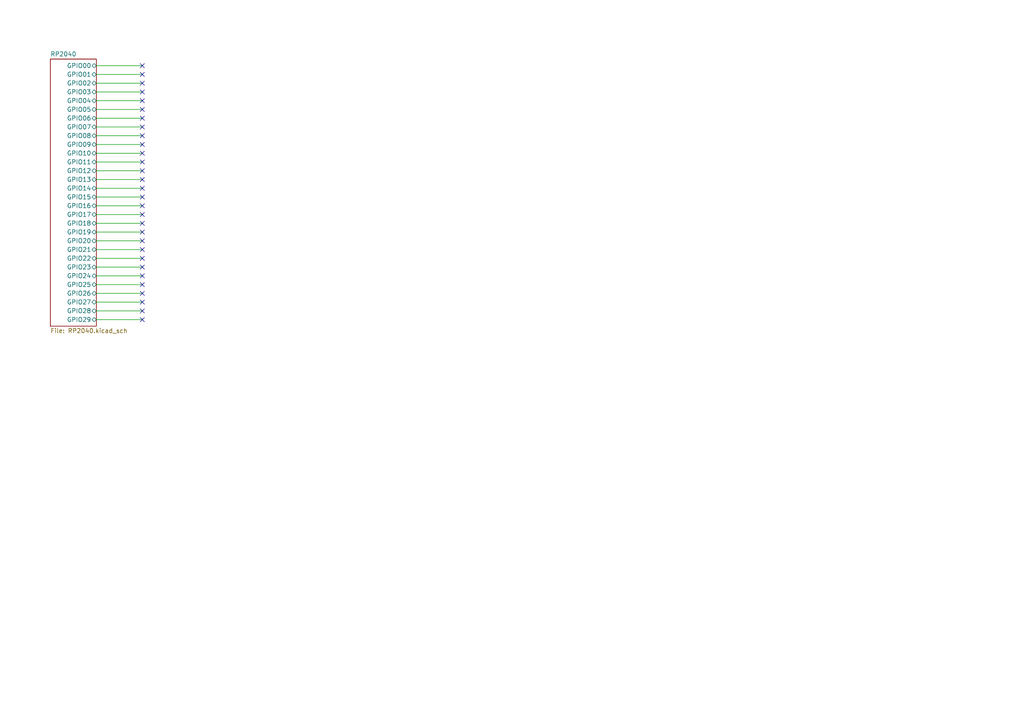
<source format=kicad_sch>
(kicad_sch (version 20230121) (generator eeschema)
  (paper "A4")
  (title_block (date "${DATE}") (rev "${VERSION}"))
  (lib_symbols)
  (no_connect (at 41.275 74.93))
  (no_connect (at 41.275 31.75))
  (no_connect (at 41.275 85.09))
  (no_connect (at 41.275 46.99))
  (no_connect (at 41.275 34.29))
  (no_connect (at 41.275 39.37))
  (no_connect (at 41.275 44.45))
  (no_connect (at 41.275 57.15))
  (no_connect (at 41.275 36.83))
  (no_connect (at 41.275 54.61))
  (no_connect (at 41.275 41.91))
  (no_connect (at 41.275 87.63))
  (no_connect (at 41.275 67.31))
  (no_connect (at 41.275 52.07))
  (no_connect (at 41.275 24.13))
  (no_connect (at 41.275 82.55))
  (no_connect (at 41.275 72.39))
  (no_connect (at 41.275 19.05))
  (no_connect (at 41.275 92.71))
  (no_connect (at 41.275 59.69))
  (no_connect (at 41.275 29.21))
  (no_connect (at 41.275 77.47))
  (no_connect (at 41.275 80.01))
  (no_connect (at 41.275 64.77))
  (no_connect (at 41.275 69.85))
  (no_connect (at 41.275 21.59))
  (no_connect (at 41.275 49.53))
  (no_connect (at 41.275 62.23))
  (no_connect (at 41.275 26.67))
  (no_connect (at 41.275 90.17))
  (wire (pts (xy 27.94 90.17) (xy 41.275 90.17)))
  (wire (pts (xy 27.94 82.55) (xy 41.275 82.55)))
  (wire (pts (xy 27.94 41.91) (xy 41.275 41.91)))
  (wire (pts (xy 27.94 34.29) (xy 41.275 34.29)))
  (wire (pts (xy 27.94 29.21) (xy 41.275 29.21)))
  (wire (pts (xy 27.94 19.05) (xy 41.275 19.05)))
  (wire (pts (xy 27.94 44.45) (xy 41.275 44.45)))
  (wire (pts (xy 27.94 24.13) (xy 41.275 24.13)))
  (wire (pts (xy 27.94 72.39) (xy 41.275 72.39)))
  (wire (pts (xy 27.94 92.71) (xy 41.275 92.71)))
  (wire (pts (xy 27.94 39.37) (xy 41.275 39.37)))
  (wire (pts (xy 27.94 69.85) (xy 41.275 69.85)))
  (wire (pts (xy 27.94 36.83) (xy 41.275 36.83)))
  (wire (pts (xy 27.94 49.53) (xy 41.275 49.53)))
  (wire (pts (xy 27.94 64.77) (xy 41.275 64.77)))
  (wire (pts (xy 27.94 59.69) (xy 41.275 59.69)))
  (wire (pts (xy 27.94 57.15) (xy 41.275 57.15)))
  (wire (pts (xy 27.94 26.67) (xy 41.275 26.67)))
  (wire (pts (xy 27.94 74.93) (xy 41.275 74.93)))
  (wire (pts (xy 27.94 67.31) (xy 41.275 67.31)))
  (wire (pts (xy 27.94 54.61) (xy 41.275 54.61)))
  (wire (pts (xy 27.94 52.07) (xy 41.275 52.07)))
  (wire (pts (xy 27.94 77.47) (xy 41.275 77.47)))
  (wire (pts (xy 27.94 46.99) (xy 41.275 46.99)))
  (wire (pts (xy 27.94 80.01) (xy 41.275 80.01)))
  (wire (pts (xy 27.94 87.63) (xy 41.275 87.63)))
  (wire (pts (xy 27.94 31.75) (xy 41.275 31.75)))
  (wire (pts (xy 27.94 62.23) (xy 41.275 62.23)))
  (wire (pts (xy 27.94 21.59) (xy 41.275 21.59)))
  (wire (pts (xy 27.94 85.09) (xy 41.275 85.09)))
  (sheet (at 14.605 17.145) (size 13.335 77.47) (stroke (width 0.1524))
    (property "Sheetname" "RP2040" (at 14.605 16.4334 0) (effects (justify left bottom)))
    (property "Sheetfile" "RP2040.kicad_sch" (at 14.605 95.1996 0) (effects (justify left top)))
    (pin "GPIO06" bidirectional (at 27.94 34.29 0))
    (pin "GPIO08" bidirectional (at 27.94 39.37 0))
    (pin "GPIO07" bidirectional (at 27.94 36.83 0))
    (pin "GPIO09" bidirectional (at 27.94 41.91 0))
    (pin "GPIO00" bidirectional (at 27.94 19.05 0))
    (pin "GPIO05" bidirectional (at 27.94 31.75 0))
    (pin "GPIO03" bidirectional (at 27.94 26.67 0))
    (pin "GPIO04" bidirectional (at 27.94 29.21 0))
    (pin "GPIO02" bidirectional (at 27.94 24.13 0))
    (pin "GPIO01" bidirectional (at 27.94 21.59 0))
    (pin "GPIO10" bidirectional (at 27.94 44.45 0))
    (pin "GPIO12" bidirectional (at 27.94 49.53 0))
    (pin "GPIO13" bidirectional (at 27.94 52.07 0))
    (pin "GPIO17" bidirectional (at 27.94 62.23 0))
    (pin "GPIO16" bidirectional (at 27.94 59.69 0))
    (pin "GPIO11" bidirectional (at 27.94 46.99 0))
    (pin "GPIO15" bidirectional (at 27.94 57.15 0))
    (pin "GPIO14" bidirectional (at 27.94 54.61 0))
    (pin "GPIO21" bidirectional (at 27.94 72.39 0))
    (pin "GPIO25" bidirectional (at 27.94 82.55 0))
    (pin "GPIO22" bidirectional (at 27.94 74.93 0))
    (pin "GPIO24" bidirectional (at 27.94 80.01 0))
    (pin "GPIO23" bidirectional (at 27.94 77.47 0))
    (pin "GPIO19" bidirectional (at 27.94 67.31 0))
    (pin "GPIO18" bidirectional (at 27.94 64.77 0))
    (pin "GPIO20" bidirectional (at 27.94 69.85 0))
    (pin "GPIO29" bidirectional (at 27.94 92.71 0))
    (pin "GPIO27" bidirectional (at 27.94 87.63 0))
    (pin "GPIO28" bidirectional (at 27.94 90.17 0))
    (pin "GPIO26" bidirectional (at 27.94 85.09 0))
  )
)
</source>
